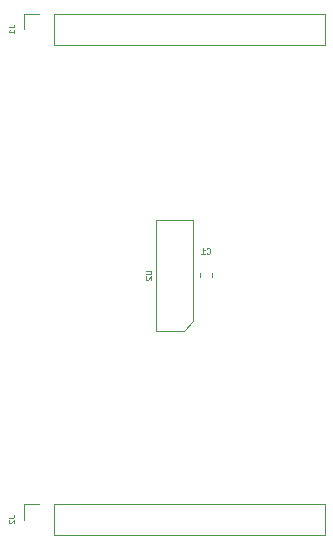
<source format=gbr>
%TF.GenerationSoftware,KiCad,Pcbnew,(5.1.10)-1*%
%TF.CreationDate,2023-05-11T10:09:18-05:00*%
%TF.ProjectId,perovskite_router,7065726f-7673-46b6-9974-655f726f7574,rev?*%
%TF.SameCoordinates,Original*%
%TF.FileFunction,Legend,Bot*%
%TF.FilePolarity,Positive*%
%FSLAX46Y46*%
G04 Gerber Fmt 4.6, Leading zero omitted, Abs format (unit mm)*
G04 Created by KiCad (PCBNEW (5.1.10)-1) date 2023-05-11 10:09:18*
%MOMM*%
%LPD*%
G01*
G04 APERTURE LIST*
%ADD10C,0.120000*%
%ADD11C,0.100000*%
G04 APERTURE END LIST*
D10*
%TO.C,C1*%
X152656000Y-86226867D02*
X152656000Y-85934333D01*
X151636000Y-86226867D02*
X151636000Y-85934333D01*
%TO.C,J2*%
X162239000Y-105448000D02*
X162239000Y-108108000D01*
X139319000Y-105448000D02*
X162239000Y-105448000D01*
X139319000Y-108108000D02*
X162239000Y-108108000D01*
X139319000Y-105448000D02*
X139319000Y-108108000D01*
X138049000Y-105448000D02*
X136719000Y-105448000D01*
X136719000Y-105448000D02*
X136719000Y-106778000D01*
%TO.C,J1*%
X162239000Y-63948000D02*
X162239000Y-66608000D01*
X139319000Y-63948000D02*
X162239000Y-63948000D01*
X139319000Y-66608000D02*
X162239000Y-66608000D01*
X139319000Y-63948000D02*
X139319000Y-66608000D01*
X138049000Y-63948000D02*
X136719000Y-63948000D01*
X136719000Y-63948000D02*
X136719000Y-65278000D01*
%TO.C,U2*%
X150264000Y-90780600D02*
X151064000Y-89980600D01*
X151064000Y-89980600D02*
X151064000Y-81380600D01*
X151064000Y-81380600D02*
X147894000Y-81380600D01*
X147894000Y-81380600D02*
X147894000Y-90780600D01*
X147894000Y-90780600D02*
X150264000Y-90780600D01*
%TO.C,C1*%
D11*
X152229333Y-84252571D02*
X152253142Y-84276380D01*
X152324571Y-84300190D01*
X152372190Y-84300190D01*
X152443619Y-84276380D01*
X152491238Y-84228761D01*
X152515047Y-84181142D01*
X152538857Y-84085904D01*
X152538857Y-84014476D01*
X152515047Y-83919238D01*
X152491238Y-83871619D01*
X152443619Y-83824000D01*
X152372190Y-83800190D01*
X152324571Y-83800190D01*
X152253142Y-83824000D01*
X152229333Y-83847809D01*
X151753142Y-84300190D02*
X152038857Y-84300190D01*
X151896000Y-84300190D02*
X151896000Y-83800190D01*
X151943619Y-83871619D01*
X151991238Y-83919238D01*
X152038857Y-83943047D01*
%TO.C,J2*%
X135445190Y-106611333D02*
X135802333Y-106611333D01*
X135873761Y-106587523D01*
X135921380Y-106539904D01*
X135945190Y-106468476D01*
X135945190Y-106420857D01*
X135492809Y-106825619D02*
X135469000Y-106849428D01*
X135445190Y-106897047D01*
X135445190Y-107016095D01*
X135469000Y-107063714D01*
X135492809Y-107087523D01*
X135540428Y-107111333D01*
X135588047Y-107111333D01*
X135659476Y-107087523D01*
X135945190Y-106801809D01*
X135945190Y-107111333D01*
%TO.C,J1*%
X135445190Y-65111333D02*
X135802333Y-65111333D01*
X135873761Y-65087523D01*
X135921380Y-65039904D01*
X135945190Y-64968476D01*
X135945190Y-64920857D01*
X135945190Y-65611333D02*
X135945190Y-65325619D01*
X135945190Y-65468476D02*
X135445190Y-65468476D01*
X135516619Y-65420857D01*
X135564238Y-65373238D01*
X135588047Y-65325619D01*
%TO.C,U2*%
X147046190Y-85699647D02*
X147450952Y-85699647D01*
X147498571Y-85723457D01*
X147522380Y-85747266D01*
X147546190Y-85794885D01*
X147546190Y-85890123D01*
X147522380Y-85937742D01*
X147498571Y-85961552D01*
X147450952Y-85985361D01*
X147046190Y-85985361D01*
X147093809Y-86199647D02*
X147070000Y-86223457D01*
X147046190Y-86271076D01*
X147046190Y-86390123D01*
X147070000Y-86437742D01*
X147093809Y-86461552D01*
X147141428Y-86485361D01*
X147189047Y-86485361D01*
X147260476Y-86461552D01*
X147546190Y-86175838D01*
X147546190Y-86485361D01*
%TD*%
M02*

</source>
